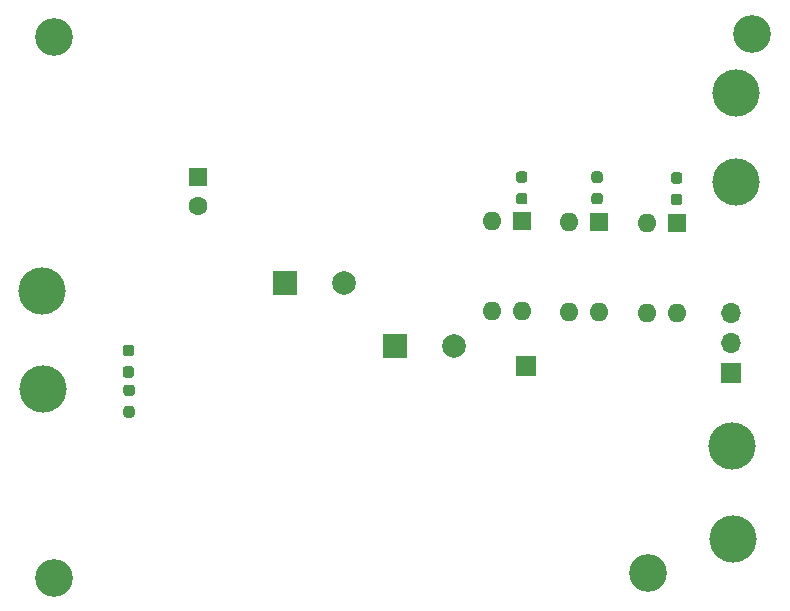
<source format=gbs>
%TF.GenerationSoftware,KiCad,Pcbnew,5.1.10*%
%TF.CreationDate,2021-12-10T15:48:24+01:00*%
%TF.ProjectId,Voeding,566f6564-696e-4672-9e6b-696361645f70,rev?*%
%TF.SameCoordinates,Original*%
%TF.FileFunction,Soldermask,Bot*%
%TF.FilePolarity,Negative*%
%FSLAX46Y46*%
G04 Gerber Fmt 4.6, Leading zero omitted, Abs format (unit mm)*
G04 Created by KiCad (PCBNEW 5.1.10) date 2021-12-10 15:48:24*
%MOMM*%
%LPD*%
G01*
G04 APERTURE LIST*
%ADD10C,3.200000*%
%ADD11C,2.000000*%
%ADD12R,2.000000X2.000000*%
%ADD13O,1.600000X1.600000*%
%ADD14R,1.600000X1.600000*%
%ADD15O,1.700000X1.700000*%
%ADD16R,1.700000X1.700000*%
%ADD17C,4.000000*%
%ADD18C,1.600000*%
G04 APERTURE END LIST*
D10*
%TO.C,REF\u002A\u002A*%
X144818100Y-43383200D03*
%TD*%
%TO.C,REF\u002A\u002A*%
X136004300Y-89014300D03*
%TD*%
%TO.C,REF\u002A\u002A*%
X85674200Y-89433400D03*
%TD*%
%TO.C,REF\u002A\u002A*%
X85725000Y-43688000D03*
%TD*%
D11*
%TO.C,C2*%
X110277920Y-64455040D03*
D12*
X105277920Y-64455040D03*
%TD*%
D13*
%TO.C,U12*%
X125310000Y-66900000D03*
X122770000Y-59280000D03*
X122770000Y-66900000D03*
D14*
X125310000Y-59280000D03*
%TD*%
D13*
%TO.C,U11*%
X131823000Y-66980001D03*
X129283000Y-59360001D03*
X129283000Y-66980001D03*
D14*
X131823000Y-59360001D03*
%TD*%
D13*
%TO.C,U10*%
X138446000Y-67020000D03*
X135906000Y-59400000D03*
X135906000Y-67020000D03*
D14*
X138446000Y-59400000D03*
%TD*%
%TO.C,R18*%
G36*
G01*
X125547500Y-56017500D02*
X125072500Y-56017500D01*
G75*
G02*
X124835000Y-55780000I0J237500D01*
G01*
X124835000Y-55280000D01*
G75*
G02*
X125072500Y-55042500I237500J0D01*
G01*
X125547500Y-55042500D01*
G75*
G02*
X125785000Y-55280000I0J-237500D01*
G01*
X125785000Y-55780000D01*
G75*
G02*
X125547500Y-56017500I-237500J0D01*
G01*
G37*
G36*
G01*
X125547500Y-57842500D02*
X125072500Y-57842500D01*
G75*
G02*
X124835000Y-57605000I0J237500D01*
G01*
X124835000Y-57105000D01*
G75*
G02*
X125072500Y-56867500I237500J0D01*
G01*
X125547500Y-56867500D01*
G75*
G02*
X125785000Y-57105000I0J-237500D01*
G01*
X125785000Y-57605000D01*
G75*
G02*
X125547500Y-57842500I-237500J0D01*
G01*
G37*
%TD*%
%TO.C,R16*%
G36*
G01*
X131927500Y-56015000D02*
X131452500Y-56015000D01*
G75*
G02*
X131215000Y-55777500I0J237500D01*
G01*
X131215000Y-55277500D01*
G75*
G02*
X131452500Y-55040000I237500J0D01*
G01*
X131927500Y-55040000D01*
G75*
G02*
X132165000Y-55277500I0J-237500D01*
G01*
X132165000Y-55777500D01*
G75*
G02*
X131927500Y-56015000I-237500J0D01*
G01*
G37*
G36*
G01*
X131927500Y-57840000D02*
X131452500Y-57840000D01*
G75*
G02*
X131215000Y-57602500I0J237500D01*
G01*
X131215000Y-57102500D01*
G75*
G02*
X131452500Y-56865000I237500J0D01*
G01*
X131927500Y-56865000D01*
G75*
G02*
X132165000Y-57102500I0J-237500D01*
G01*
X132165000Y-57602500D01*
G75*
G02*
X131927500Y-57840000I-237500J0D01*
G01*
G37*
%TD*%
%TO.C,R13*%
G36*
G01*
X138187500Y-56937500D02*
X138662500Y-56937500D01*
G75*
G02*
X138900000Y-57175000I0J-237500D01*
G01*
X138900000Y-57675000D01*
G75*
G02*
X138662500Y-57912500I-237500J0D01*
G01*
X138187500Y-57912500D01*
G75*
G02*
X137950000Y-57675000I0J237500D01*
G01*
X137950000Y-57175000D01*
G75*
G02*
X138187500Y-56937500I237500J0D01*
G01*
G37*
G36*
G01*
X138187500Y-55112500D02*
X138662500Y-55112500D01*
G75*
G02*
X138900000Y-55350000I0J-237500D01*
G01*
X138900000Y-55850000D01*
G75*
G02*
X138662500Y-56087500I-237500J0D01*
G01*
X138187500Y-56087500D01*
G75*
G02*
X137950000Y-55850000I0J237500D01*
G01*
X137950000Y-55350000D01*
G75*
G02*
X138187500Y-55112500I237500J0D01*
G01*
G37*
%TD*%
%TO.C,R6*%
G36*
G01*
X91826280Y-74919560D02*
X92301280Y-74919560D01*
G75*
G02*
X92538780Y-75157060I0J-237500D01*
G01*
X92538780Y-75657060D01*
G75*
G02*
X92301280Y-75894560I-237500J0D01*
G01*
X91826280Y-75894560D01*
G75*
G02*
X91588780Y-75657060I0J237500D01*
G01*
X91588780Y-75157060D01*
G75*
G02*
X91826280Y-74919560I237500J0D01*
G01*
G37*
G36*
G01*
X91826280Y-73094560D02*
X92301280Y-73094560D01*
G75*
G02*
X92538780Y-73332060I0J-237500D01*
G01*
X92538780Y-73832060D01*
G75*
G02*
X92301280Y-74069560I-237500J0D01*
G01*
X91826280Y-74069560D01*
G75*
G02*
X91588780Y-73832060I0J237500D01*
G01*
X91588780Y-73332060D01*
G75*
G02*
X91826280Y-73094560I237500J0D01*
G01*
G37*
%TD*%
%TO.C,R5*%
G36*
G01*
X91771460Y-71548180D02*
X92246460Y-71548180D01*
G75*
G02*
X92483960Y-71785680I0J-237500D01*
G01*
X92483960Y-72285680D01*
G75*
G02*
X92246460Y-72523180I-237500J0D01*
G01*
X91771460Y-72523180D01*
G75*
G02*
X91533960Y-72285680I0J237500D01*
G01*
X91533960Y-71785680D01*
G75*
G02*
X91771460Y-71548180I237500J0D01*
G01*
G37*
G36*
G01*
X91771460Y-69723180D02*
X92246460Y-69723180D01*
G75*
G02*
X92483960Y-69960680I0J-237500D01*
G01*
X92483960Y-70460680D01*
G75*
G02*
X92246460Y-70698180I-237500J0D01*
G01*
X91771460Y-70698180D01*
G75*
G02*
X91533960Y-70460680I0J237500D01*
G01*
X91533960Y-69960680D01*
G75*
G02*
X91771460Y-69723180I237500J0D01*
G01*
G37*
%TD*%
D15*
%TO.C,J8*%
X143010000Y-67020000D03*
X143010000Y-69560000D03*
D16*
X143010000Y-72100000D03*
%TD*%
%TO.C,J7*%
X125704600Y-71516240D03*
%TD*%
D17*
%TO.C,J6*%
X84780120Y-73466960D03*
%TD*%
%TO.C,J5*%
X143103600Y-78313280D03*
%TD*%
%TO.C,J4*%
X143484600Y-48374300D03*
%TD*%
%TO.C,J3*%
X143484600Y-55905400D03*
%TD*%
%TO.C,J2*%
X143159480Y-86141560D03*
%TD*%
%TO.C,J1*%
X84729320Y-65130680D03*
%TD*%
D18*
%TO.C,C8*%
X97942400Y-57999000D03*
D14*
X97942400Y-55499000D03*
%TD*%
D11*
%TO.C,C3*%
X119593360Y-69865240D03*
D12*
X114593360Y-69865240D03*
%TD*%
M02*

</source>
